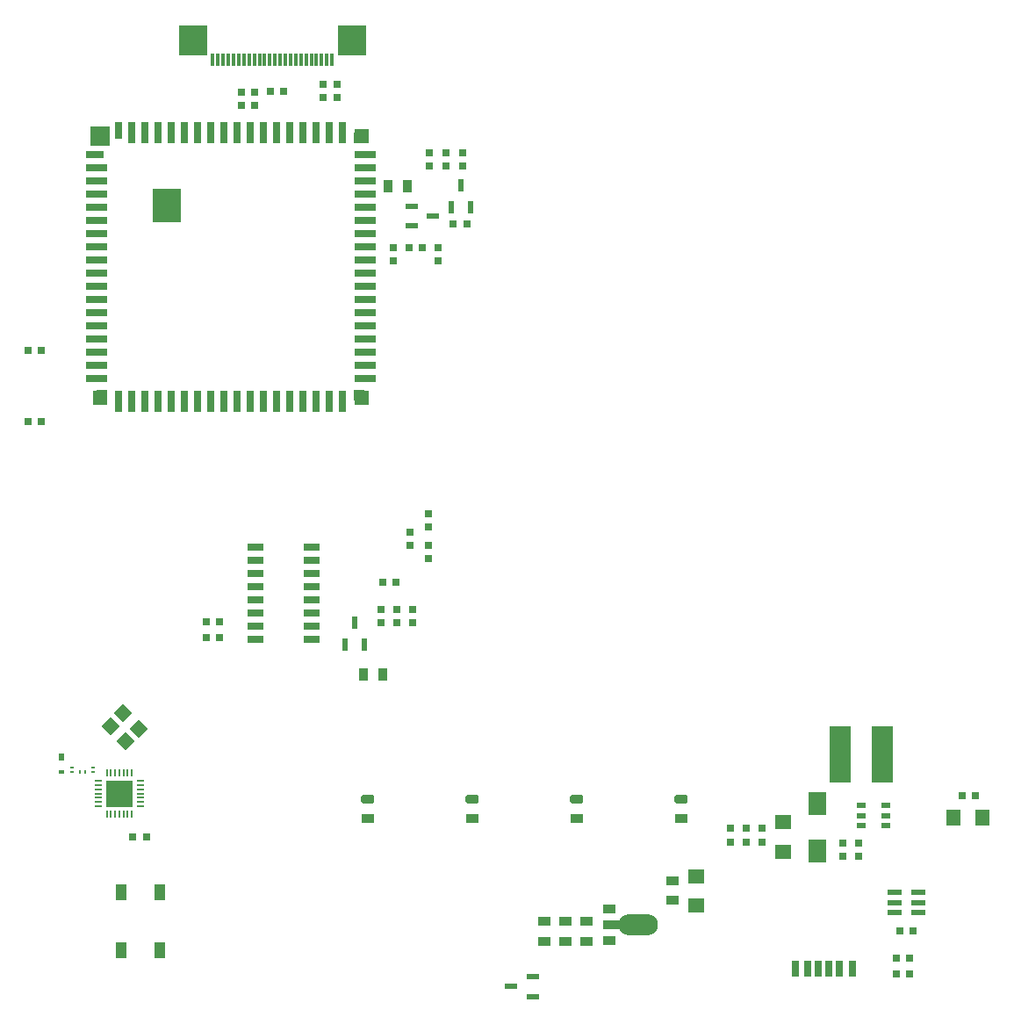
<source format=gtp>
G04*
G04 #@! TF.GenerationSoftware,Altium Limited,Altium Designer,21.0.8 (223)*
G04*
G04 Layer_Color=8421504*
%FSLAX25Y25*%
%MOIN*%
G70*
G04*
G04 #@! TF.SameCoordinates,947A2CD8-D87E-4BA2-AADF-D00DD91F1A07*
G04*
G04*
G04 #@! TF.FilePolarity,Positive*
G04*
G01*
G75*
%ADD18R,0.07470X0.07570*%
%ADD19R,0.05490X0.05460*%
%ADD20R,0.05460X0.05490*%
%ADD21R,0.02990X0.03150*%
%ADD22R,0.03150X0.02990*%
%ADD23R,0.01181X0.04724*%
%ADD24R,0.06299X0.03150*%
%ADD25R,0.03150X0.06299*%
%ADD26R,0.10630X0.11811*%
%ADD27R,0.03000X0.03000*%
%ADD28R,0.03000X0.03000*%
%ADD29R,0.01181X0.00984*%
%ADD30R,0.00984X0.01181*%
%ADD31R,0.10000X0.10000*%
%ADD32R,0.03543X0.02362*%
%ADD33R,0.05512X0.02362*%
%ADD34R,0.06200X0.05500*%
%ADD35R,0.03150X0.05900*%
%ADD36R,0.05500X0.06200*%
%ADD37R,0.05000X0.03402*%
%ADD38R,0.05000X0.03500*%
G04:AMPARAMS|DCode=39|XSize=51.18mil|YSize=47.24mil|CornerRadius=0mil|HoleSize=0mil|Usage=FLASHONLY|Rotation=135.000|XOffset=0mil|YOffset=0mil|HoleType=Round|Shape=Rectangle|*
%AMROTATEDRECTD39*
4,1,4,0.03480,-0.00139,0.00139,-0.03480,-0.03480,0.00139,-0.00139,0.03480,0.03480,-0.00139,0.0*
%
%ADD39ROTATEDRECTD39*%

%ADD40R,0.03500X0.05000*%
%ADD41R,0.06004X0.02756*%
%ADD42R,0.03937X0.06299*%
%ADD43R,0.03937X0.03937*%
%ADD44R,0.10500X0.13000*%
%ADD45R,0.03150X0.04724*%
%ADD46R,0.02990X0.05900*%
%ADD47O,0.00787X0.03150*%
%ADD48R,0.05118X0.02362*%
%ADD49R,0.02362X0.05118*%
%ADD50R,0.08465X0.21654*%
%ADD51R,0.06890X0.08661*%
%ADD52R,0.10000X0.03400*%
%ADD53O,0.15000X0.08000*%
%ADD54R,0.04724X0.03150*%
%ADD55R,0.02362X0.01575*%
%ADD56R,0.02362X0.03150*%
%ADD57O,0.03150X0.00787*%
%ADD58R,0.00787X0.03150*%
%ADD59R,0.02760X0.05900*%
G04:AMPARAMS|DCode=60|XSize=50mil|YSize=35mil|CornerRadius=0mil|HoleSize=0mil|Usage=FLASHONLY|Rotation=180.000|XOffset=0mil|YOffset=0mil|HoleType=Round|Shape=Octagon|*
%AMOCTAGOND60*
4,1,8,-0.02500,0.00875,-0.02500,-0.00875,-0.01625,-0.01750,0.01625,-0.01750,0.02500,-0.00875,0.02500,0.00875,0.01625,0.01750,-0.01625,0.01750,-0.02500,0.00875,0.0*
%
%ADD60OCTAGOND60*%

D18*
X35664Y337487D02*
D03*
D19*
X35814Y238192D02*
D03*
X135004Y337352D02*
D03*
D20*
X134990Y238177D02*
D03*
D21*
X31784Y330277D02*
D03*
Y325277D02*
D03*
Y315277D02*
D03*
Y320277D02*
D03*
Y300277D02*
D03*
Y295277D02*
D03*
Y305277D02*
D03*
Y310277D02*
D03*
Y270277D02*
D03*
Y265277D02*
D03*
Y255277D02*
D03*
Y260277D02*
D03*
Y280277D02*
D03*
Y275277D02*
D03*
Y285277D02*
D03*
Y290277D02*
D03*
Y250277D02*
D03*
Y245277D02*
D03*
X139034Y330267D02*
D03*
Y325267D02*
D03*
Y285267D02*
D03*
Y290267D02*
D03*
Y300267D02*
D03*
Y295267D02*
D03*
Y315267D02*
D03*
Y320267D02*
D03*
Y310267D02*
D03*
Y305267D02*
D03*
Y265267D02*
D03*
Y270267D02*
D03*
Y280267D02*
D03*
Y275267D02*
D03*
Y255267D02*
D03*
Y260267D02*
D03*
Y250267D02*
D03*
Y245267D02*
D03*
D22*
X127904Y234147D02*
D03*
X122904D02*
D03*
X82904D02*
D03*
X87904D02*
D03*
X97904D02*
D03*
X92904D02*
D03*
X112904D02*
D03*
X117904D02*
D03*
X107904D02*
D03*
X102904D02*
D03*
X62904D02*
D03*
X67904D02*
D03*
X77904D02*
D03*
X72904D02*
D03*
X52904D02*
D03*
X57904D02*
D03*
X47905D02*
D03*
X42904D02*
D03*
X42914Y341397D02*
D03*
X47914D02*
D03*
X87914D02*
D03*
X82914D02*
D03*
X72914D02*
D03*
X77914D02*
D03*
X57914D02*
D03*
X52914D02*
D03*
X62914D02*
D03*
X67914D02*
D03*
X107914D02*
D03*
X102915D02*
D03*
X92914D02*
D03*
X97914D02*
D03*
X117914D02*
D03*
X112915D02*
D03*
X122915D02*
D03*
X127915D02*
D03*
D23*
X84472Y366500D02*
D03*
X96284D02*
D03*
X121874D02*
D03*
X123843D02*
D03*
X82504D02*
D03*
X86441D02*
D03*
X117937D02*
D03*
X114000D02*
D03*
X98252D02*
D03*
X80535D02*
D03*
X88409D02*
D03*
X90378D02*
D03*
X92347D02*
D03*
X94315D02*
D03*
X100221D02*
D03*
X102189D02*
D03*
X104157D02*
D03*
X106126D02*
D03*
X108095D02*
D03*
X110063D02*
D03*
X112031D02*
D03*
X115969D02*
D03*
X119905D02*
D03*
X78567D02*
D03*
D24*
X135409Y265272D02*
D03*
Y270272D02*
D03*
Y275272D02*
D03*
Y310272D02*
D03*
Y305272D02*
D03*
Y290272D02*
D03*
Y300272D02*
D03*
Y285272D02*
D03*
Y280272D02*
D03*
X35409Y325272D02*
D03*
Y320272D02*
D03*
Y310272D02*
D03*
Y315272D02*
D03*
Y305272D02*
D03*
Y245272D02*
D03*
Y250272D02*
D03*
Y255272D02*
D03*
Y260272D02*
D03*
Y265272D02*
D03*
Y270272D02*
D03*
Y275272D02*
D03*
Y280272D02*
D03*
Y290272D02*
D03*
Y285272D02*
D03*
Y295272D02*
D03*
Y300272D02*
D03*
X135409Y330272D02*
D03*
Y325272D02*
D03*
Y320272D02*
D03*
Y315272D02*
D03*
Y245272D02*
D03*
Y250272D02*
D03*
Y255272D02*
D03*
Y260272D02*
D03*
Y295272D02*
D03*
D25*
X52909Y337772D02*
D03*
X47909D02*
D03*
X57910D02*
D03*
X62910D02*
D03*
X67909D02*
D03*
X72909D02*
D03*
X77909D02*
D03*
X82910D02*
D03*
X87910D02*
D03*
X92909D02*
D03*
X97909D02*
D03*
X102909D02*
D03*
X107909D02*
D03*
X112909D02*
D03*
X117909D02*
D03*
X122909D02*
D03*
X127909D02*
D03*
X42909Y237772D02*
D03*
X47909D02*
D03*
X52909D02*
D03*
X62910D02*
D03*
X57910D02*
D03*
X67909D02*
D03*
X127909D02*
D03*
X122909D02*
D03*
X117909D02*
D03*
X112909D02*
D03*
X107909D02*
D03*
X102909D02*
D03*
X97909D02*
D03*
X92909D02*
D03*
X82910D02*
D03*
X87910D02*
D03*
X77909D02*
D03*
X72909D02*
D03*
D26*
X70969Y373823D02*
D03*
X131441D02*
D03*
D27*
X105559Y354500D02*
D03*
X100441D02*
D03*
X89441Y354000D02*
D03*
X94559D02*
D03*
X89441Y348900D02*
D03*
X94559D02*
D03*
X368110Y87008D02*
D03*
X344488Y35827D02*
D03*
X338102Y19370D02*
D03*
X13559Y229000D02*
D03*
X75959Y153041D02*
D03*
X148059Y168000D02*
D03*
X53359Y71500D02*
D03*
X158059Y295200D02*
D03*
X338121Y25329D02*
D03*
X75941Y147000D02*
D03*
X48241Y71500D02*
D03*
X362992Y87008D02*
D03*
X174959Y303900D02*
D03*
X152941Y295200D02*
D03*
X339370Y35827D02*
D03*
X343239Y25329D02*
D03*
X343220Y19370D02*
D03*
X169841Y303900D02*
D03*
X8441Y229000D02*
D03*
X13559Y256000D02*
D03*
X8441D02*
D03*
X81077Y153041D02*
D03*
X142941Y168000D02*
D03*
X81059Y147000D02*
D03*
D28*
X120500Y351941D02*
D03*
Y357059D02*
D03*
X125700Y351941D02*
D03*
Y357059D02*
D03*
X275000Y74571D02*
D03*
X281000D02*
D03*
X287000D02*
D03*
X323607Y63941D02*
D03*
X164000Y290082D02*
D03*
X147000Y290041D02*
D03*
X142500Y157859D02*
D03*
X167100Y331059D02*
D03*
X173300Y331059D02*
D03*
X160900Y331059D02*
D03*
X164000Y295200D02*
D03*
X317606Y63941D02*
D03*
X275000Y69453D02*
D03*
X281000D02*
D03*
X287000D02*
D03*
X160900Y325941D02*
D03*
X173300Y325941D02*
D03*
X167100Y325941D02*
D03*
X148500Y157859D02*
D03*
Y152741D02*
D03*
X317606Y69059D02*
D03*
X323607Y69059D02*
D03*
X147000Y295159D02*
D03*
X142500Y152741D02*
D03*
X154500Y157859D02*
D03*
Y152741D02*
D03*
X160500Y182059D02*
D03*
Y176941D02*
D03*
X153500Y187059D02*
D03*
Y181941D02*
D03*
X160500Y194059D02*
D03*
Y188941D02*
D03*
D29*
X33000Y95915D02*
D03*
Y97884D02*
D03*
X25000Y95915D02*
D03*
Y97884D02*
D03*
D30*
X28000Y95915D02*
D03*
X29969D02*
D03*
D31*
X43075Y87874D02*
D03*
D32*
X324776Y79500D02*
D03*
X334224Y75760D02*
D03*
Y79500D02*
D03*
X324776Y83240D02*
D03*
Y75760D02*
D03*
X334224Y83240D02*
D03*
D33*
X346472Y46524D02*
D03*
X337417Y50264D02*
D03*
X346472D02*
D03*
Y42783D02*
D03*
X337417Y46524D02*
D03*
Y42783D02*
D03*
D34*
X295000Y77012D02*
D03*
X262000Y56512D02*
D03*
X295000Y65791D02*
D03*
X262000Y45291D02*
D03*
D35*
X321324Y21276D02*
D03*
X299675D02*
D03*
D36*
X370866Y78740D02*
D03*
X359646D02*
D03*
D37*
X229106Y44000D02*
D03*
Y32000D02*
D03*
D38*
X204500Y39241D02*
D03*
X212500D02*
D03*
X220500D02*
D03*
X253150Y54724D02*
D03*
X204500Y31760D02*
D03*
X212500D02*
D03*
X220500D02*
D03*
X253150Y47244D02*
D03*
X256500Y78409D02*
D03*
X216834D02*
D03*
X177167D02*
D03*
X137500D02*
D03*
D39*
X45557Y107711D02*
D03*
X44443Y118289D02*
D03*
X39711Y113557D02*
D03*
X50289Y112443D02*
D03*
D40*
X143240Y133000D02*
D03*
X135760Y133000D02*
D03*
X145060Y318300D02*
D03*
X152540Y318300D02*
D03*
D41*
X94823Y181500D02*
D03*
X94823Y176500D02*
D03*
X94823Y156500D02*
D03*
X116177Y146500D02*
D03*
X94823D02*
D03*
X116177Y151500D02*
D03*
Y156500D02*
D03*
Y161500D02*
D03*
Y166500D02*
D03*
Y171500D02*
D03*
Y176500D02*
D03*
Y181500D02*
D03*
X94823Y171500D02*
D03*
X94823Y166500D02*
D03*
X94823Y161500D02*
D03*
X94823Y151500D02*
D03*
D42*
X43898Y50524D02*
D03*
Y28476D02*
D03*
X58464Y50524D02*
D03*
Y28476D02*
D03*
D43*
X36591Y238953D02*
D03*
X134228Y336591D02*
D03*
Y238953D02*
D03*
D44*
X61000Y311000D02*
D03*
D45*
X42909Y338559D02*
D03*
D46*
X316484Y21276D02*
D03*
X304515D02*
D03*
D47*
X44650Y80000D02*
D03*
X38350Y95748D02*
D03*
X39925D02*
D03*
X43075D02*
D03*
X41500D02*
D03*
X46224D02*
D03*
X47799Y95748D02*
D03*
X44650D02*
D03*
X47799Y80000D02*
D03*
X46224D02*
D03*
X41500D02*
D03*
X43075D02*
D03*
X39925D02*
D03*
D48*
X200197Y18307D02*
D03*
X191929Y14567D02*
D03*
X200197Y10827D02*
D03*
X162234Y307100D02*
D03*
X153966Y303360D02*
D03*
X153966Y310840D02*
D03*
D49*
X136240Y144366D02*
D03*
X176493Y310442D02*
D03*
X172753Y318710D02*
D03*
X169013Y310442D02*
D03*
X132500Y152634D02*
D03*
X128760Y144366D02*
D03*
D50*
X332677Y102756D02*
D03*
X316929D02*
D03*
D51*
X308000Y65945D02*
D03*
Y84055D02*
D03*
D52*
X231606Y38000D02*
D03*
D53*
X240000D02*
D03*
D54*
X34622Y330272D02*
D03*
D55*
X21000Y95900D02*
D03*
D56*
Y101738D02*
D03*
D57*
X50949Y84724D02*
D03*
X35201D02*
D03*
Y89449D02*
D03*
Y92598D02*
D03*
Y91024D02*
D03*
Y86299D02*
D03*
Y87874D02*
D03*
Y83150D02*
D03*
X50949D02*
D03*
Y87874D02*
D03*
Y86299D02*
D03*
Y91024D02*
D03*
Y92598D02*
D03*
Y89449D02*
D03*
D58*
X38350Y80000D02*
D03*
D59*
X312470Y21276D02*
D03*
X308529D02*
D03*
D60*
X256500Y85889D02*
D03*
X216834D02*
D03*
X177167D02*
D03*
X137500D02*
D03*
M02*

</source>
